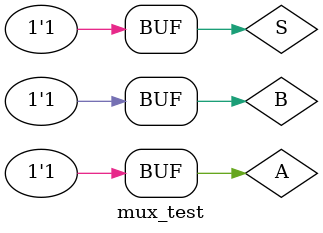
<source format=v>
`timescale 1ns / 1ps


module mux_test();
wire Z;
reg A, B, S;

mux U0(.a(A), .b(B), .s(S), .z(Z));

initial
begin

A=0; B=0; S=0;
#10 A=0; B=1; S=0;
#10 A=1; B=0; S=0;
#10 A=1; B=1; S=0;
#10 A=0; B=0; S=1;
#10 A=0; B=1; S=1;
#10 A=1; B=0; S=1;
#10 A=1; B=1; S=1;

end
endmodule

</source>
